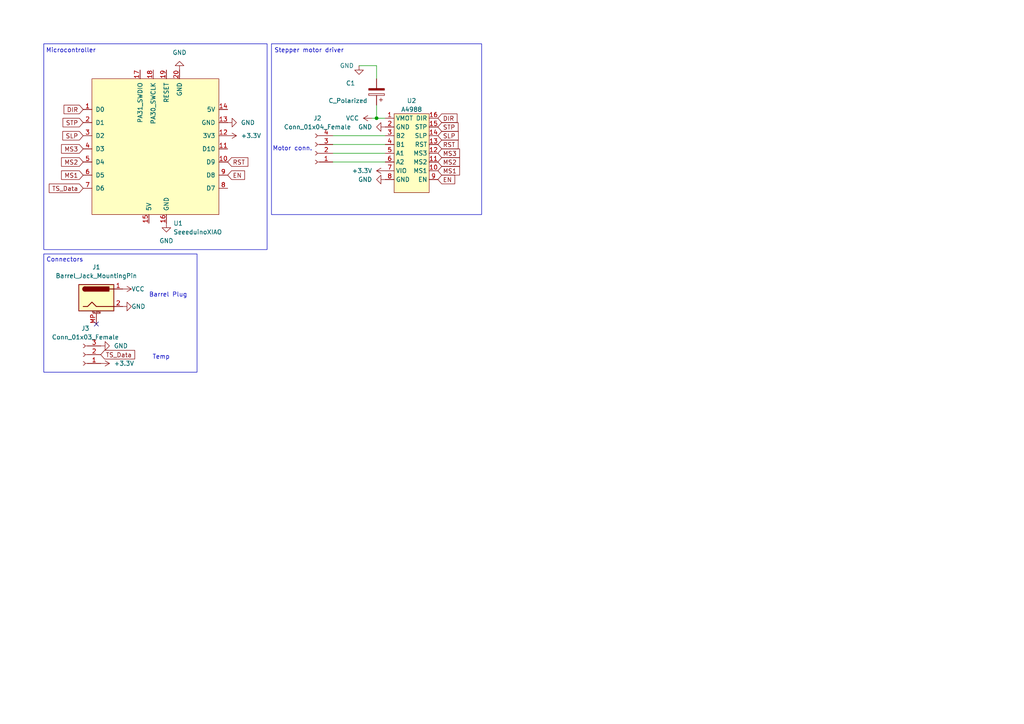
<source format=kicad_sch>
(kicad_sch
	(version 20231120)
	(generator "eeschema")
	(generator_version "8.0")
	(uuid "d76ab199-a09f-489e-8a1e-61345c706555")
	(paper "A4")
	(lib_symbols
		(symbol "Connector:Barrel_Jack_MountingPin"
			(pin_names hide)
			(exclude_from_sim no)
			(in_bom yes)
			(on_board yes)
			(property "Reference" "J"
				(at 0 5.334 0)
				(effects
					(font
						(size 1.27 1.27)
					)
				)
			)
			(property "Value" "Barrel_Jack_MountingPin"
				(at 1.27 -6.35 0)
				(effects
					(font
						(size 1.27 1.27)
					)
					(justify left)
				)
			)
			(property "Footprint" ""
				(at 1.27 -1.016 0)
				(effects
					(font
						(size 1.27 1.27)
					)
					(hide yes)
				)
			)
			(property "Datasheet" "~"
				(at 1.27 -1.016 0)
				(effects
					(font
						(size 1.27 1.27)
					)
					(hide yes)
				)
			)
			(property "Description" "DC Barrel Jack with a mounting pin"
				(at 0 0 0)
				(effects
					(font
						(size 1.27 1.27)
					)
					(hide yes)
				)
			)
			(property "ki_keywords" "DC power barrel jack connector"
				(at 0 0 0)
				(effects
					(font
						(size 1.27 1.27)
					)
					(hide yes)
				)
			)
			(property "ki_fp_filters" "BarrelJack*"
				(at 0 0 0)
				(effects
					(font
						(size 1.27 1.27)
					)
					(hide yes)
				)
			)
			(symbol "Barrel_Jack_MountingPin_0_1"
				(rectangle
					(start -5.08 3.81)
					(end 5.08 -3.81)
					(stroke
						(width 0.254)
						(type default)
					)
					(fill
						(type background)
					)
				)
				(arc
					(start -3.302 3.175)
					(mid -3.9343 2.54)
					(end -3.302 1.905)
					(stroke
						(width 0.254)
						(type default)
					)
					(fill
						(type none)
					)
				)
				(arc
					(start -3.302 3.175)
					(mid -3.9343 2.54)
					(end -3.302 1.905)
					(stroke
						(width 0.254)
						(type default)
					)
					(fill
						(type outline)
					)
				)
				(polyline
					(pts
						(xy 5.08 2.54) (xy 3.81 2.54)
					)
					(stroke
						(width 0.254)
						(type default)
					)
					(fill
						(type none)
					)
				)
				(polyline
					(pts
						(xy -3.81 -2.54) (xy -2.54 -2.54) (xy -1.27 -1.27) (xy 0 -2.54) (xy 2.54 -2.54) (xy 5.08 -2.54)
					)
					(stroke
						(width 0.254)
						(type default)
					)
					(fill
						(type none)
					)
				)
				(rectangle
					(start 3.683 3.175)
					(end -3.302 1.905)
					(stroke
						(width 0.254)
						(type default)
					)
					(fill
						(type outline)
					)
				)
			)
			(symbol "Barrel_Jack_MountingPin_1_1"
				(polyline
					(pts
						(xy -1.016 -4.572) (xy 1.016 -4.572)
					)
					(stroke
						(width 0.1524)
						(type default)
					)
					(fill
						(type none)
					)
				)
				(text "Mounting"
					(at 0 -4.191 0)
					(effects
						(font
							(size 0.381 0.381)
						)
					)
				)
				(pin passive line
					(at 7.62 2.54 180)
					(length 2.54)
					(name "~"
						(effects
							(font
								(size 1.27 1.27)
							)
						)
					)
					(number "1"
						(effects
							(font
								(size 1.27 1.27)
							)
						)
					)
				)
				(pin passive line
					(at 7.62 -2.54 180)
					(length 2.54)
					(name "~"
						(effects
							(font
								(size 1.27 1.27)
							)
						)
					)
					(number "2"
						(effects
							(font
								(size 1.27 1.27)
							)
						)
					)
				)
				(pin passive line
					(at 0 -7.62 90)
					(length 3.048)
					(name "MountPin"
						(effects
							(font
								(size 1.27 1.27)
							)
						)
					)
					(number "MP"
						(effects
							(font
								(size 1.27 1.27)
							)
						)
					)
				)
			)
		)
		(symbol "Connector:Conn_01x03_Female"
			(pin_names
				(offset 1.016) hide)
			(exclude_from_sim no)
			(in_bom yes)
			(on_board yes)
			(property "Reference" "J"
				(at 0 5.08 0)
				(effects
					(font
						(size 1.27 1.27)
					)
				)
			)
			(property "Value" "Conn_01x03_Female"
				(at 0 -5.08 0)
				(effects
					(font
						(size 1.27 1.27)
					)
				)
			)
			(property "Footprint" ""
				(at 0 0 0)
				(effects
					(font
						(size 1.27 1.27)
					)
					(hide yes)
				)
			)
			(property "Datasheet" "~"
				(at 0 0 0)
				(effects
					(font
						(size 1.27 1.27)
					)
					(hide yes)
				)
			)
			(property "Description" "Generic connector, single row, 01x03, script generated (kicad-library-utils/schlib/autogen/connector/)"
				(at 0 0 0)
				(effects
					(font
						(size 1.27 1.27)
					)
					(hide yes)
				)
			)
			(property "ki_keywords" "connector"
				(at 0 0 0)
				(effects
					(font
						(size 1.27 1.27)
					)
					(hide yes)
				)
			)
			(property "ki_fp_filters" "Connector*:*_1x??_*"
				(at 0 0 0)
				(effects
					(font
						(size 1.27 1.27)
					)
					(hide yes)
				)
			)
			(symbol "Conn_01x03_Female_1_1"
				(arc
					(start 0 -2.032)
					(mid -0.5058 -2.54)
					(end 0 -3.048)
					(stroke
						(width 0.1524)
						(type default)
					)
					(fill
						(type none)
					)
				)
				(polyline
					(pts
						(xy -1.27 -2.54) (xy -0.508 -2.54)
					)
					(stroke
						(width 0.1524)
						(type default)
					)
					(fill
						(type none)
					)
				)
				(polyline
					(pts
						(xy -1.27 0) (xy -0.508 0)
					)
					(stroke
						(width 0.1524)
						(type default)
					)
					(fill
						(type none)
					)
				)
				(polyline
					(pts
						(xy -1.27 2.54) (xy -0.508 2.54)
					)
					(stroke
						(width 0.1524)
						(type default)
					)
					(fill
						(type none)
					)
				)
				(arc
					(start 0 0.508)
					(mid -0.5058 0)
					(end 0 -0.508)
					(stroke
						(width 0.1524)
						(type default)
					)
					(fill
						(type none)
					)
				)
				(arc
					(start 0 3.048)
					(mid -0.5058 2.54)
					(end 0 2.032)
					(stroke
						(width 0.1524)
						(type default)
					)
					(fill
						(type none)
					)
				)
				(pin passive line
					(at -5.08 2.54 0)
					(length 3.81)
					(name "Pin_1"
						(effects
							(font
								(size 1.27 1.27)
							)
						)
					)
					(number "1"
						(effects
							(font
								(size 1.27 1.27)
							)
						)
					)
				)
				(pin passive line
					(at -5.08 0 0)
					(length 3.81)
					(name "Pin_2"
						(effects
							(font
								(size 1.27 1.27)
							)
						)
					)
					(number "2"
						(effects
							(font
								(size 1.27 1.27)
							)
						)
					)
				)
				(pin passive line
					(at -5.08 -2.54 0)
					(length 3.81)
					(name "Pin_3"
						(effects
							(font
								(size 1.27 1.27)
							)
						)
					)
					(number "3"
						(effects
							(font
								(size 1.27 1.27)
							)
						)
					)
				)
			)
		)
		(symbol "Connector:Conn_01x04_Female"
			(pin_names
				(offset 1.016) hide)
			(exclude_from_sim no)
			(in_bom yes)
			(on_board yes)
			(property "Reference" "J"
				(at 0 5.08 0)
				(effects
					(font
						(size 1.27 1.27)
					)
				)
			)
			(property "Value" "Conn_01x04_Female"
				(at 0 -7.62 0)
				(effects
					(font
						(size 1.27 1.27)
					)
				)
			)
			(property "Footprint" ""
				(at 0 0 0)
				(effects
					(font
						(size 1.27 1.27)
					)
					(hide yes)
				)
			)
			(property "Datasheet" "~"
				(at 0 0 0)
				(effects
					(font
						(size 1.27 1.27)
					)
					(hide yes)
				)
			)
			(property "Description" "Generic connector, single row, 01x04, script generated (kicad-library-utils/schlib/autogen/connector/)"
				(at 0 0 0)
				(effects
					(font
						(size 1.27 1.27)
					)
					(hide yes)
				)
			)
			(property "ki_keywords" "connector"
				(at 0 0 0)
				(effects
					(font
						(size 1.27 1.27)
					)
					(hide yes)
				)
			)
			(property "ki_fp_filters" "Connector*:*_1x??_*"
				(at 0 0 0)
				(effects
					(font
						(size 1.27 1.27)
					)
					(hide yes)
				)
			)
			(symbol "Conn_01x04_Female_1_1"
				(arc
					(start 0 -4.572)
					(mid -0.5058 -5.08)
					(end 0 -5.588)
					(stroke
						(width 0.1524)
						(type default)
					)
					(fill
						(type none)
					)
				)
				(arc
					(start 0 -2.032)
					(mid -0.5058 -2.54)
					(end 0 -3.048)
					(stroke
						(width 0.1524)
						(type default)
					)
					(fill
						(type none)
					)
				)
				(polyline
					(pts
						(xy -1.27 -5.08) (xy -0.508 -5.08)
					)
					(stroke
						(width 0.1524)
						(type default)
					)
					(fill
						(type none)
					)
				)
				(polyline
					(pts
						(xy -1.27 -2.54) (xy -0.508 -2.54)
					)
					(stroke
						(width 0.1524)
						(type default)
					)
					(fill
						(type none)
					)
				)
				(polyline
					(pts
						(xy -1.27 0) (xy -0.508 0)
					)
					(stroke
						(width 0.1524)
						(type default)
					)
					(fill
						(type none)
					)
				)
				(polyline
					(pts
						(xy -1.27 2.54) (xy -0.508 2.54)
					)
					(stroke
						(width 0.1524)
						(type default)
					)
					(fill
						(type none)
					)
				)
				(arc
					(start 0 0.508)
					(mid -0.5058 0)
					(end 0 -0.508)
					(stroke
						(width 0.1524)
						(type default)
					)
					(fill
						(type none)
					)
				)
				(arc
					(start 0 3.048)
					(mid -0.5058 2.54)
					(end 0 2.032)
					(stroke
						(width 0.1524)
						(type default)
					)
					(fill
						(type none)
					)
				)
				(pin passive line
					(at -5.08 2.54 0)
					(length 3.81)
					(name "Pin_1"
						(effects
							(font
								(size 1.27 1.27)
							)
						)
					)
					(number "1"
						(effects
							(font
								(size 1.27 1.27)
							)
						)
					)
				)
				(pin passive line
					(at -5.08 0 0)
					(length 3.81)
					(name "Pin_2"
						(effects
							(font
								(size 1.27 1.27)
							)
						)
					)
					(number "2"
						(effects
							(font
								(size 1.27 1.27)
							)
						)
					)
				)
				(pin passive line
					(at -5.08 -2.54 0)
					(length 3.81)
					(name "Pin_3"
						(effects
							(font
								(size 1.27 1.27)
							)
						)
					)
					(number "3"
						(effects
							(font
								(size 1.27 1.27)
							)
						)
					)
				)
				(pin passive line
					(at -5.08 -5.08 0)
					(length 3.81)
					(name "Pin_4"
						(effects
							(font
								(size 1.27 1.27)
							)
						)
					)
					(number "4"
						(effects
							(font
								(size 1.27 1.27)
							)
						)
					)
				)
			)
		)
		(symbol "Device:C_Polarized"
			(pin_numbers hide)
			(pin_names
				(offset 0.254)
			)
			(exclude_from_sim no)
			(in_bom yes)
			(on_board yes)
			(property "Reference" "C"
				(at 0.635 2.54 0)
				(effects
					(font
						(size 1.27 1.27)
					)
					(justify left)
				)
			)
			(property "Value" "C_Polarized"
				(at 0.635 -2.54 0)
				(effects
					(font
						(size 1.27 1.27)
					)
					(justify left)
				)
			)
			(property "Footprint" ""
				(at 0.9652 -3.81 0)
				(effects
					(font
						(size 1.27 1.27)
					)
					(hide yes)
				)
			)
			(property "Datasheet" "~"
				(at 0 0 0)
				(effects
					(font
						(size 1.27 1.27)
					)
					(hide yes)
				)
			)
			(property "Description" "Polarized capacitor"
				(at 0 0 0)
				(effects
					(font
						(size 1.27 1.27)
					)
					(hide yes)
				)
			)
			(property "ki_keywords" "cap capacitor"
				(at 0 0 0)
				(effects
					(font
						(size 1.27 1.27)
					)
					(hide yes)
				)
			)
			(property "ki_fp_filters" "CP_*"
				(at 0 0 0)
				(effects
					(font
						(size 1.27 1.27)
					)
					(hide yes)
				)
			)
			(symbol "C_Polarized_0_1"
				(rectangle
					(start -2.286 0.508)
					(end 2.286 1.016)
					(stroke
						(width 0)
						(type default)
					)
					(fill
						(type none)
					)
				)
				(polyline
					(pts
						(xy -1.778 2.286) (xy -0.762 2.286)
					)
					(stroke
						(width 0)
						(type default)
					)
					(fill
						(type none)
					)
				)
				(polyline
					(pts
						(xy -1.27 2.794) (xy -1.27 1.778)
					)
					(stroke
						(width 0)
						(type default)
					)
					(fill
						(type none)
					)
				)
				(rectangle
					(start 2.286 -0.508)
					(end -2.286 -1.016)
					(stroke
						(width 0)
						(type default)
					)
					(fill
						(type outline)
					)
				)
			)
			(symbol "C_Polarized_1_1"
				(pin passive line
					(at 0 3.81 270)
					(length 2.794)
					(name "~"
						(effects
							(font
								(size 1.27 1.27)
							)
						)
					)
					(number "1"
						(effects
							(font
								(size 1.27 1.27)
							)
						)
					)
				)
				(pin passive line
					(at 0 -3.81 90)
					(length 2.794)
					(name "~"
						(effects
							(font
								(size 1.27 1.27)
							)
						)
					)
					(number "2"
						(effects
							(font
								(size 1.27 1.27)
							)
						)
					)
				)
			)
		)
		(symbol "Seeeduino XIAO:SeeeduinoXIAO"
			(pin_names
				(offset 1.016)
			)
			(exclude_from_sim no)
			(in_bom yes)
			(on_board yes)
			(property "Reference" "U"
				(at -19.05 22.86 0)
				(effects
					(font
						(size 1.27 1.27)
					)
				)
			)
			(property "Value" "SeeeduinoXIAO"
				(at -12.7 21.59 0)
				(effects
					(font
						(size 1.27 1.27)
					)
				)
			)
			(property "Footprint" "Seeed studio:Seeeduino XIAO-MOUDLE14P-2.54-21X17.8MM"
				(at 0 30.48 0)
				(effects
					(font
						(size 1.27 1.27)
					)
					(hide yes)
				)
			)
			(property "Datasheet" ""
				(at -8.89 5.08 0)
				(effects
					(font
						(size 1.27 1.27)
					)
					(hide yes)
				)
			)
			(property "Description" ""
				(at 0 0 0)
				(effects
					(font
						(size 1.27 1.27)
					)
					(hide yes)
				)
			)
			(symbol "SeeeduinoXIAO_0_1"
				(rectangle
					(start -19.05 20.32)
					(end 17.78 -19.05)
					(stroke
						(width 0)
						(type default)
					)
					(fill
						(type background)
					)
				)
			)
			(symbol "SeeeduinoXIAO_1_1"
				(pin unspecified line
					(at -21.59 11.43 0)
					(length 2.54)
					(name "D0"
						(effects
							(font
								(size 1.27 1.27)
							)
						)
					)
					(number "1"
						(effects
							(font
								(size 1.27 1.27)
							)
						)
					)
				)
				(pin unspecified line
					(at 20.32 -3.81 180)
					(length 2.54)
					(name "D9"
						(effects
							(font
								(size 1.27 1.27)
							)
						)
					)
					(number "10"
						(effects
							(font
								(size 1.27 1.27)
							)
						)
					)
				)
				(pin unspecified line
					(at 20.32 0 180)
					(length 2.54)
					(name "D10"
						(effects
							(font
								(size 1.27 1.27)
							)
						)
					)
					(number "11"
						(effects
							(font
								(size 1.27 1.27)
							)
						)
					)
				)
				(pin unspecified line
					(at 20.32 3.81 180)
					(length 2.54)
					(name "3V3"
						(effects
							(font
								(size 1.27 1.27)
							)
						)
					)
					(number "12"
						(effects
							(font
								(size 1.27 1.27)
							)
						)
					)
				)
				(pin unspecified line
					(at 20.32 7.62 180)
					(length 2.54)
					(name "GND"
						(effects
							(font
								(size 1.27 1.27)
							)
						)
					)
					(number "13"
						(effects
							(font
								(size 1.27 1.27)
							)
						)
					)
				)
				(pin unspecified line
					(at 20.32 11.43 180)
					(length 2.54)
					(name "5V"
						(effects
							(font
								(size 1.27 1.27)
							)
						)
					)
					(number "14"
						(effects
							(font
								(size 1.27 1.27)
							)
						)
					)
				)
				(pin input line
					(at -2.54 -21.59 90)
					(length 2.54)
					(name "5V"
						(effects
							(font
								(size 1.27 1.27)
							)
						)
					)
					(number "15"
						(effects
							(font
								(size 1.27 1.27)
							)
						)
					)
				)
				(pin input line
					(at 2.54 -21.59 90)
					(length 2.54)
					(name "GND"
						(effects
							(font
								(size 1.27 1.27)
							)
						)
					)
					(number "16"
						(effects
							(font
								(size 1.27 1.27)
							)
						)
					)
				)
				(pin input line
					(at -5.08 22.86 270)
					(length 2.54)
					(name "PA31_SWDIO"
						(effects
							(font
								(size 1.27 1.27)
							)
						)
					)
					(number "17"
						(effects
							(font
								(size 1.27 1.27)
							)
						)
					)
				)
				(pin input line
					(at -1.27 22.86 270)
					(length 2.54)
					(name "PA30_SWCLK"
						(effects
							(font
								(size 1.27 1.27)
							)
						)
					)
					(number "18"
						(effects
							(font
								(size 1.27 1.27)
							)
						)
					)
				)
				(pin input line
					(at 2.54 22.86 270)
					(length 2.54)
					(name "RESET"
						(effects
							(font
								(size 1.27 1.27)
							)
						)
					)
					(number "19"
						(effects
							(font
								(size 1.27 1.27)
							)
						)
					)
				)
				(pin unspecified line
					(at -21.59 7.62 0)
					(length 2.54)
					(name "D1"
						(effects
							(font
								(size 1.27 1.27)
							)
						)
					)
					(number "2"
						(effects
							(font
								(size 1.27 1.27)
							)
						)
					)
				)
				(pin input line
					(at 6.35 22.86 270)
					(length 2.54)
					(name "GND"
						(effects
							(font
								(size 1.27 1.27)
							)
						)
					)
					(number "20"
						(effects
							(font
								(size 1.27 1.27)
							)
						)
					)
				)
				(pin unspecified line
					(at -21.59 3.81 0)
					(length 2.54)
					(name "D2"
						(effects
							(font
								(size 1.27 1.27)
							)
						)
					)
					(number "3"
						(effects
							(font
								(size 1.27 1.27)
							)
						)
					)
				)
				(pin unspecified line
					(at -21.59 0 0)
					(length 2.54)
					(name "D3"
						(effects
							(font
								(size 1.27 1.27)
							)
						)
					)
					(number "4"
						(effects
							(font
								(size 1.27 1.27)
							)
						)
					)
				)
				(pin unspecified line
					(at -21.59 -3.81 0)
					(length 2.54)
					(name "D4"
						(effects
							(font
								(size 1.27 1.27)
							)
						)
					)
					(number "5"
						(effects
							(font
								(size 1.27 1.27)
							)
						)
					)
				)
				(pin unspecified line
					(at -21.59 -7.62 0)
					(length 2.54)
					(name "D5"
						(effects
							(font
								(size 1.27 1.27)
							)
						)
					)
					(number "6"
						(effects
							(font
								(size 1.27 1.27)
							)
						)
					)
				)
				(pin unspecified line
					(at -21.59 -11.43 0)
					(length 2.54)
					(name "D6"
						(effects
							(font
								(size 1.27 1.27)
							)
						)
					)
					(number "7"
						(effects
							(font
								(size 1.27 1.27)
							)
						)
					)
				)
				(pin unspecified line
					(at 20.32 -11.43 180)
					(length 2.54)
					(name "D7"
						(effects
							(font
								(size 1.27 1.27)
							)
						)
					)
					(number "8"
						(effects
							(font
								(size 1.27 1.27)
							)
						)
					)
				)
				(pin unspecified line
					(at 20.32 -7.62 180)
					(length 2.54)
					(name "D8"
						(effects
							(font
								(size 1.27 1.27)
							)
						)
					)
					(number "9"
						(effects
							(font
								(size 1.27 1.27)
							)
						)
					)
				)
			)
		)
		(symbol "Stepper_Motor_Drivers:A4988"
			(exclude_from_sim no)
			(in_bom yes)
			(on_board yes)
			(property "Reference" "U"
				(at 0 0 0)
				(effects
					(font
						(size 1.27 1.27)
					)
				)
			)
			(property "Value" "A4988"
				(at 0 2.54 0)
				(effects
					(font
						(size 1.27 1.27)
					)
				)
			)
			(property "Footprint" "StepperMotorDrivers:A4988"
				(at 1.27 5.08 0)
				(effects
					(font
						(size 1.27 1.27)
					)
					(hide yes)
				)
			)
			(property "Datasheet" ""
				(at 1.27 -1.27 0)
				(effects
					(font
						(size 1.27 1.27)
					)
					(hide yes)
				)
			)
			(property "Description" ""
				(at 0 0 0)
				(effects
					(font
						(size 1.27 1.27)
					)
					(hide yes)
				)
			)
			(symbol "A4988_0_1"
				(rectangle
					(start -5.08 -1.27)
					(end 5.08 -24.13)
					(stroke
						(width 0)
						(type default)
					)
					(fill
						(type background)
					)
				)
			)
			(symbol "A4988_1_1"
				(pin input line
					(at -7.62 -2.54 0)
					(length 2.54)
					(name "VMOT"
						(effects
							(font
								(size 1.27 1.27)
							)
						)
					)
					(number "1"
						(effects
							(font
								(size 1.27 1.27)
							)
						)
					)
				)
				(pin input line
					(at 7.62 -17.78 180)
					(length 2.54)
					(name "MS1"
						(effects
							(font
								(size 1.27 1.27)
							)
						)
					)
					(number "10"
						(effects
							(font
								(size 1.27 1.27)
							)
						)
					)
				)
				(pin input line
					(at 7.62 -15.24 180)
					(length 2.54)
					(name "MS2"
						(effects
							(font
								(size 1.27 1.27)
							)
						)
					)
					(number "11"
						(effects
							(font
								(size 1.27 1.27)
							)
						)
					)
				)
				(pin input line
					(at 7.62 -12.7 180)
					(length 2.54)
					(name "MS3"
						(effects
							(font
								(size 1.27 1.27)
							)
						)
					)
					(number "12"
						(effects
							(font
								(size 1.27 1.27)
							)
						)
					)
				)
				(pin input line
					(at 7.62 -10.16 180)
					(length 2.54)
					(name "RST"
						(effects
							(font
								(size 1.27 1.27)
							)
						)
					)
					(number "13"
						(effects
							(font
								(size 1.27 1.27)
							)
						)
					)
				)
				(pin input line
					(at 7.62 -7.62 180)
					(length 2.54)
					(name "SLP"
						(effects
							(font
								(size 1.27 1.27)
							)
						)
					)
					(number "14"
						(effects
							(font
								(size 1.27 1.27)
							)
						)
					)
				)
				(pin input line
					(at 7.62 -5.08 180)
					(length 2.54)
					(name "STP"
						(effects
							(font
								(size 1.27 1.27)
							)
						)
					)
					(number "15"
						(effects
							(font
								(size 1.27 1.27)
							)
						)
					)
				)
				(pin input line
					(at 7.62 -2.54 180)
					(length 2.54)
					(name "DIR"
						(effects
							(font
								(size 1.27 1.27)
							)
						)
					)
					(number "16"
						(effects
							(font
								(size 1.27 1.27)
							)
						)
					)
				)
				(pin input line
					(at -7.62 -5.08 0)
					(length 2.54)
					(name "GND"
						(effects
							(font
								(size 1.27 1.27)
							)
						)
					)
					(number "2"
						(effects
							(font
								(size 1.27 1.27)
							)
						)
					)
				)
				(pin input line
					(at -7.62 -7.62 0)
					(length 2.54)
					(name "B2"
						(effects
							(font
								(size 1.27 1.27)
							)
						)
					)
					(number "3"
						(effects
							(font
								(size 1.27 1.27)
							)
						)
					)
				)
				(pin input line
					(at -7.62 -10.16 0)
					(length 2.54)
					(name "B1"
						(effects
							(font
								(size 1.27 1.27)
							)
						)
					)
					(number "4"
						(effects
							(font
								(size 1.27 1.27)
							)
						)
					)
				)
				(pin input line
					(at -7.62 -12.7 0)
					(length 2.54)
					(name "A1"
						(effects
							(font
								(size 1.27 1.27)
							)
						)
					)
					(number "5"
						(effects
							(font
								(size 1.27 1.27)
							)
						)
					)
				)
				(pin input line
					(at -7.62 -15.24 0)
					(length 2.54)
					(name "A2"
						(effects
							(font
								(size 1.27 1.27)
							)
						)
					)
					(number "6"
						(effects
							(font
								(size 1.27 1.27)
							)
						)
					)
				)
				(pin input line
					(at -7.62 -17.78 0)
					(length 2.54)
					(name "VIO"
						(effects
							(font
								(size 1.27 1.27)
							)
						)
					)
					(number "7"
						(effects
							(font
								(size 1.27 1.27)
							)
						)
					)
				)
				(pin input line
					(at -7.62 -20.32 0)
					(length 2.54)
					(name "GND"
						(effects
							(font
								(size 1.27 1.27)
							)
						)
					)
					(number "8"
						(effects
							(font
								(size 1.27 1.27)
							)
						)
					)
				)
				(pin input line
					(at 7.62 -20.32 180)
					(length 2.54)
					(name "EN"
						(effects
							(font
								(size 1.27 1.27)
							)
						)
					)
					(number "9"
						(effects
							(font
								(size 1.27 1.27)
							)
						)
					)
				)
			)
		)
		(symbol "power:+3.3V"
			(power)
			(pin_names
				(offset 0)
			)
			(exclude_from_sim no)
			(in_bom yes)
			(on_board yes)
			(property "Reference" "#PWR"
				(at 0 -3.81 0)
				(effects
					(font
						(size 1.27 1.27)
					)
					(hide yes)
				)
			)
			(property "Value" "+3.3V"
				(at 0 3.556 0)
				(effects
					(font
						(size 1.27 1.27)
					)
				)
			)
			(property "Footprint" ""
				(at 0 0 0)
				(effects
					(font
						(size 1.27 1.27)
					)
					(hide yes)
				)
			)
			(property "Datasheet" ""
				(at 0 0 0)
				(effects
					(font
						(size 1.27 1.27)
					)
					(hide yes)
				)
			)
			(property "Description" "Power symbol creates a global label with name \"+3.3V\""
				(at 0 0 0)
				(effects
					(font
						(size 1.27 1.27)
					)
					(hide yes)
				)
			)
			(property "ki_keywords" "power-flag"
				(at 0 0 0)
				(effects
					(font
						(size 1.27 1.27)
					)
					(hide yes)
				)
			)
			(symbol "+3.3V_0_1"
				(polyline
					(pts
						(xy -0.762 1.27) (xy 0 2.54)
					)
					(stroke
						(width 0)
						(type default)
					)
					(fill
						(type none)
					)
				)
				(polyline
					(pts
						(xy 0 0) (xy 0 2.54)
					)
					(stroke
						(width 0)
						(type default)
					)
					(fill
						(type none)
					)
				)
				(polyline
					(pts
						(xy 0 2.54) (xy 0.762 1.27)
					)
					(stroke
						(width 0)
						(type default)
					)
					(fill
						(type none)
					)
				)
			)
			(symbol "+3.3V_1_1"
				(pin power_in line
					(at 0 0 90)
					(length 0) hide
					(name "+3.3V"
						(effects
							(font
								(size 1.27 1.27)
							)
						)
					)
					(number "1"
						(effects
							(font
								(size 1.27 1.27)
							)
						)
					)
				)
			)
		)
		(symbol "power:GND"
			(power)
			(pin_names
				(offset 0)
			)
			(exclude_from_sim no)
			(in_bom yes)
			(on_board yes)
			(property "Reference" "#PWR"
				(at 0 -6.35 0)
				(effects
					(font
						(size 1.27 1.27)
					)
					(hide yes)
				)
			)
			(property "Value" "GND"
				(at 0 -3.81 0)
				(effects
					(font
						(size 1.27 1.27)
					)
				)
			)
			(property "Footprint" ""
				(at 0 0 0)
				(effects
					(font
						(size 1.27 1.27)
					)
					(hide yes)
				)
			)
			(property "Datasheet" ""
				(at 0 0 0)
				(effects
					(font
						(size 1.27 1.27)
					)
					(hide yes)
				)
			)
			(property "Description" "Power symbol creates a global label with name \"GND\" , ground"
				(at 0 0 0)
				(effects
					(font
						(size 1.27 1.27)
					)
					(hide yes)
				)
			)
			(property "ki_keywords" "power-flag"
				(at 0 0 0)
				(effects
					(font
						(size 1.27 1.27)
					)
					(hide yes)
				)
			)
			(symbol "GND_0_1"
				(polyline
					(pts
						(xy 0 0) (xy 0 -1.27) (xy 1.27 -1.27) (xy 0 -2.54) (xy -1.27 -1.27) (xy 0 -1.27)
					)
					(stroke
						(width 0)
						(type default)
					)
					(fill
						(type none)
					)
				)
			)
			(symbol "GND_1_1"
				(pin power_in line
					(at 0 0 270)
					(length 0) hide
					(name "GND"
						(effects
							(font
								(size 1.27 1.27)
							)
						)
					)
					(number "1"
						(effects
							(font
								(size 1.27 1.27)
							)
						)
					)
				)
			)
		)
		(symbol "power:VCC"
			(power)
			(pin_names
				(offset 0)
			)
			(exclude_from_sim no)
			(in_bom yes)
			(on_board yes)
			(property "Reference" "#PWR"
				(at 0 -3.81 0)
				(effects
					(font
						(size 1.27 1.27)
					)
					(hide yes)
				)
			)
			(property "Value" "VCC"
				(at 0 3.81 0)
				(effects
					(font
						(size 1.27 1.27)
					)
				)
			)
			(property "Footprint" ""
				(at 0 0 0)
				(effects
					(font
						(size 1.27 1.27)
					)
					(hide yes)
				)
			)
			(property "Datasheet" ""
				(at 0 0 0)
				(effects
					(font
						(size 1.27 1.27)
					)
					(hide yes)
				)
			)
			(property "Description" "Power symbol creates a global label with name \"VCC\""
				(at 0 0 0)
				(effects
					(font
						(size 1.27 1.27)
					)
					(hide yes)
				)
			)
			(property "ki_keywords" "power-flag"
				(at 0 0 0)
				(effects
					(font
						(size 1.27 1.27)
					)
					(hide yes)
				)
			)
			(symbol "VCC_0_1"
				(polyline
					(pts
						(xy -0.762 1.27) (xy 0 2.54)
					)
					(stroke
						(width 0)
						(type default)
					)
					(fill
						(type none)
					)
				)
				(polyline
					(pts
						(xy 0 0) (xy 0 2.54)
					)
					(stroke
						(width 0)
						(type default)
					)
					(fill
						(type none)
					)
				)
				(polyline
					(pts
						(xy 0 2.54) (xy 0.762 1.27)
					)
					(stroke
						(width 0)
						(type default)
					)
					(fill
						(type none)
					)
				)
			)
			(symbol "VCC_1_1"
				(pin power_in line
					(at 0 0 90)
					(length 0) hide
					(name "VCC"
						(effects
							(font
								(size 1.27 1.27)
							)
						)
					)
					(number "1"
						(effects
							(font
								(size 1.27 1.27)
							)
						)
					)
				)
			)
		)
	)
	(junction
		(at 109.22 34.29)
		(diameter 0)
		(color 0 0 0 0)
		(uuid "31c9553e-29e2-48b5-86a4-02f39f93e19a")
	)
	(no_connect
		(at 27.94 93.98)
		(uuid "a1573fc2-703c-4a82-9205-f1f324464ae9")
	)
	(wire
		(pts
			(xy 109.22 30.48) (xy 109.22 34.29)
		)
		(stroke
			(width 0)
			(type default)
		)
		(uuid "0aa13a68-0d55-4ec3-8843-0b528635119d")
	)
	(wire
		(pts
			(xy 96.52 41.91) (xy 111.76 41.91)
		)
		(stroke
			(width 0)
			(type default)
		)
		(uuid "20050174-55b4-450f-b8f7-25fcac38cafb")
	)
	(wire
		(pts
			(xy 107.95 34.29) (xy 109.22 34.29)
		)
		(stroke
			(width 0)
			(type default)
		)
		(uuid "30ffa9e5-2182-4287-8a2c-ab35976c50c3")
	)
	(wire
		(pts
			(xy 104.14 19.05) (xy 109.22 19.05)
		)
		(stroke
			(width 0)
			(type default)
		)
		(uuid "5f5f3fe7-20fe-47ec-9367-da5ac8b43602")
	)
	(wire
		(pts
			(xy 109.22 34.29) (xy 111.76 34.29)
		)
		(stroke
			(width 0)
			(type default)
		)
		(uuid "95c79f92-54f0-4f1f-b4fe-7357b426c3c2")
	)
	(wire
		(pts
			(xy 109.22 19.05) (xy 109.22 22.86)
		)
		(stroke
			(width 0)
			(type default)
		)
		(uuid "b77779e9-8145-4189-b805-f83442ad556e")
	)
	(wire
		(pts
			(xy 96.52 39.37) (xy 111.76 39.37)
		)
		(stroke
			(width 0)
			(type default)
		)
		(uuid "bdc7968b-29fa-4f7f-b1d0-0b5df0d21c5e")
	)
	(wire
		(pts
			(xy 96.52 46.99) (xy 111.76 46.99)
		)
		(stroke
			(width 0)
			(type default)
		)
		(uuid "c7c1aeca-2abc-42ec-a7bf-91966641b64a")
	)
	(wire
		(pts
			(xy 96.52 44.45) (xy 111.76 44.45)
		)
		(stroke
			(width 0)
			(type default)
		)
		(uuid "f2505122-f91f-460d-a8e6-1ba71269c1cd")
	)
	(rectangle
		(start 78.74 12.7)
		(end 139.7 62.23)
		(stroke
			(width 0)
			(type default)
		)
		(fill
			(type none)
		)
		(uuid 4aead583-eab8-4ea4-97c9-a6945b7e0519)
	)
	(rectangle
		(start 12.7 73.66)
		(end 57.15 107.95)
		(stroke
			(width 0)
			(type default)
		)
		(fill
			(type none)
		)
		(uuid 7e433f00-e887-4938-a75f-420aabfeed5c)
	)
	(rectangle
		(start 12.7 12.7)
		(end 77.47 72.39)
		(stroke
			(width 0)
			(type default)
		)
		(fill
			(type none)
		)
		(uuid a1206b68-3f62-4f17-9db5-ccece4c67710)
	)
	(text "Connectors"
		(exclude_from_sim no)
		(at 18.796 75.438 0)
		(effects
			(font
				(size 1.27 1.27)
			)
		)
		(uuid "1396eb01-7eb5-43da-81f4-5df6febf1297")
	)
	(text "Temp"
		(exclude_from_sim no)
		(at 46.736 103.632 0)
		(effects
			(font
				(size 1.27 1.27)
			)
		)
		(uuid "3b1a8b7a-f675-4171-9c39-c44d7148db6c")
	)
	(text "Motor conn."
		(exclude_from_sim no)
		(at 84.836 43.18 0)
		(effects
			(font
				(size 1.27 1.27)
			)
		)
		(uuid "5384f92d-a800-4b11-b1bd-b994e4c69ccf")
	)
	(text "Barrel Plug"
		(exclude_from_sim no)
		(at 48.768 85.598 0)
		(effects
			(font
				(size 1.27 1.27)
			)
		)
		(uuid "c60e1b56-32d2-4338-ba22-4698cd22f7f6")
	)
	(text "Microcontroller"
		(exclude_from_sim no)
		(at 20.574 14.732 0)
		(effects
			(font
				(size 1.27 1.27)
			)
		)
		(uuid "d0ea713d-6cad-4b89-9f5f-dc1c1f92bcb0")
	)
	(text "Stepper motor driver"
		(exclude_from_sim no)
		(at 89.662 14.732 0)
		(effects
			(font
				(size 1.27 1.27)
			)
		)
		(uuid "dce7dad3-871a-457b-a6ac-ad917c82a702")
	)
	(global_label "RST"
		(shape input)
		(at 127 41.91 0)
		(fields_autoplaced yes)
		(effects
			(font
				(size 1.27 1.27)
			)
			(justify left)
		)
		(uuid "13a2a93c-673b-4a4e-88c5-55cc80307ffa")
		(property "Intersheetrefs" "${INTERSHEET_REFS}"
			(at 132.8602 41.8306 0)
			(effects
				(font
					(size 1.27 1.27)
				)
				(justify left)
				(hide yes)
			)
		)
	)
	(global_label "STP"
		(shape input)
		(at 24.13 35.56 180)
		(fields_autoplaced yes)
		(effects
			(font
				(size 1.27 1.27)
			)
			(justify right)
		)
		(uuid "142feca1-d287-427b-bf16-68599e8fb1eb")
		(property "Intersheetrefs" "${INTERSHEET_REFS}"
			(at 18.2698 35.4806 0)
			(effects
				(font
					(size 1.27 1.27)
				)
				(justify right)
				(hide yes)
			)
		)
	)
	(global_label "MS2"
		(shape input)
		(at 127 46.99 0)
		(fields_autoplaced yes)
		(effects
			(font
				(size 1.27 1.27)
			)
			(justify left)
		)
		(uuid "1ad30908-36d5-4e54-85b4-bef9914e5ae1")
		(property "Intersheetrefs" "${INTERSHEET_REFS}"
			(at 133.2836 46.9106 0)
			(effects
				(font
					(size 1.27 1.27)
				)
				(justify left)
				(hide yes)
			)
		)
	)
	(global_label "SLP"
		(shape input)
		(at 127 39.37 0)
		(fields_autoplaced yes)
		(effects
			(font
				(size 1.27 1.27)
			)
			(justify left)
		)
		(uuid "42ba1711-da39-40ff-b104-77cd0c094a3c")
		(property "Intersheetrefs" "${INTERSHEET_REFS}"
			(at 132.9207 39.2906 0)
			(effects
				(font
					(size 1.27 1.27)
				)
				(justify left)
				(hide yes)
			)
		)
	)
	(global_label "EN"
		(shape input)
		(at 127 52.07 0)
		(fields_autoplaced yes)
		(effects
			(font
				(size 1.27 1.27)
			)
			(justify left)
		)
		(uuid "474c03e3-322b-49ad-88cd-4cf83dd0ba31")
		(property "Intersheetrefs" "${INTERSHEET_REFS}"
			(at 131.8926 51.9906 0)
			(effects
				(font
					(size 1.27 1.27)
				)
				(justify left)
				(hide yes)
			)
		)
	)
	(global_label "MS2"
		(shape input)
		(at 24.13 46.99 180)
		(fields_autoplaced yes)
		(effects
			(font
				(size 1.27 1.27)
			)
			(justify right)
		)
		(uuid "4bc237f3-7a8f-4647-a8c2-9479060926e9")
		(property "Intersheetrefs" "${INTERSHEET_REFS}"
			(at 17.8464 46.9106 0)
			(effects
				(font
					(size 1.27 1.27)
				)
				(justify right)
				(hide yes)
			)
		)
	)
	(global_label "DIR"
		(shape input)
		(at 24.13 31.75 180)
		(fields_autoplaced yes)
		(effects
			(font
				(size 1.27 1.27)
			)
			(justify right)
		)
		(uuid "564b8e5f-21e0-4047-826e-cd11fc40d34d")
		(property "Intersheetrefs" "${INTERSHEET_REFS}"
			(at 18.5721 31.6706 0)
			(effects
				(font
					(size 1.27 1.27)
				)
				(justify right)
				(hide yes)
			)
		)
	)
	(global_label "MS3"
		(shape input)
		(at 127 44.45 0)
		(fields_autoplaced yes)
		(effects
			(font
				(size 1.27 1.27)
			)
			(justify left)
		)
		(uuid "5dc791a7-7fe2-497d-b542-f25cfdd5bbd2")
		(property "Intersheetrefs" "${INTERSHEET_REFS}"
			(at 133.2836 44.3706 0)
			(effects
				(font
					(size 1.27 1.27)
				)
				(justify left)
				(hide yes)
			)
		)
	)
	(global_label "STP"
		(shape input)
		(at 127 36.83 0)
		(fields_autoplaced yes)
		(effects
			(font
				(size 1.27 1.27)
			)
			(justify left)
		)
		(uuid "643afa25-19ea-45b3-90b1-84a5bb0ee6b7")
		(property "Intersheetrefs" "${INTERSHEET_REFS}"
			(at 132.8602 36.7506 0)
			(effects
				(font
					(size 1.27 1.27)
				)
				(justify left)
				(hide yes)
			)
		)
	)
	(global_label "MS3"
		(shape input)
		(at 24.13 43.18 180)
		(fields_autoplaced yes)
		(effects
			(font
				(size 1.27 1.27)
			)
			(justify right)
		)
		(uuid "66d72596-c2f2-4578-ab78-7c588c080323")
		(property "Intersheetrefs" "${INTERSHEET_REFS}"
			(at 17.8464 43.1006 0)
			(effects
				(font
					(size 1.27 1.27)
				)
				(justify right)
				(hide yes)
			)
		)
	)
	(global_label "DIR"
		(shape input)
		(at 127 34.29 0)
		(fields_autoplaced yes)
		(effects
			(font
				(size 1.27 1.27)
			)
			(justify left)
		)
		(uuid "8539bbdf-f44b-40b8-99c5-253886b7ddff")
		(property "Intersheetrefs" "${INTERSHEET_REFS}"
			(at 132.5579 34.2106 0)
			(effects
				(font
					(size 1.27 1.27)
				)
				(justify left)
				(hide yes)
			)
		)
	)
	(global_label "TS_Data"
		(shape input)
		(at 24.13 54.61 180)
		(fields_autoplaced yes)
		(effects
			(font
				(size 1.27 1.27)
			)
			(justify right)
		)
		(uuid "91b54598-9db0-4ffc-8d19-258ed9f5484d")
		(property "Intersheetrefs" "${INTERSHEET_REFS}"
			(at 14.2783 54.5306 0)
			(effects
				(font
					(size 1.27 1.27)
				)
				(justify right)
				(hide yes)
			)
		)
	)
	(global_label "MS1"
		(shape input)
		(at 24.13 50.8 180)
		(fields_autoplaced yes)
		(effects
			(font
				(size 1.27 1.27)
			)
			(justify right)
		)
		(uuid "9660bcf7-9a01-4ba4-9079-6a76451bf897")
		(property "Intersheetrefs" "${INTERSHEET_REFS}"
			(at 17.8464 50.7206 0)
			(effects
				(font
					(size 1.27 1.27)
				)
				(justify right)
				(hide yes)
			)
		)
	)
	(global_label "SLP"
		(shape input)
		(at 24.13 39.37 180)
		(fields_autoplaced yes)
		(effects
			(font
				(size 1.27 1.27)
			)
			(justify right)
		)
		(uuid "b33c94e8-72ab-4249-b6d6-bc647207ba74")
		(property "Intersheetrefs" "${INTERSHEET_REFS}"
			(at 18.2093 39.2906 0)
			(effects
				(font
					(size 1.27 1.27)
				)
				(justify right)
				(hide yes)
			)
		)
	)
	(global_label "TS_Data"
		(shape input)
		(at 29.21 102.87 0)
		(fields_autoplaced yes)
		(effects
			(font
				(size 1.27 1.27)
			)
			(justify left)
		)
		(uuid "c8d000b2-f45f-4b17-8516-72b627b05ae8")
		(property "Intersheetrefs" "${INTERSHEET_REFS}"
			(at 39.0617 102.7906 0)
			(effects
				(font
					(size 1.27 1.27)
				)
				(justify left)
				(hide yes)
			)
		)
	)
	(global_label "RST"
		(shape input)
		(at 66.04 46.99 0)
		(fields_autoplaced yes)
		(effects
			(font
				(size 1.27 1.27)
			)
			(justify left)
		)
		(uuid "d60aea47-3d6d-4502-adc7-1048d62a5c54")
		(property "Intersheetrefs" "${INTERSHEET_REFS}"
			(at 71.9002 46.9106 0)
			(effects
				(font
					(size 1.27 1.27)
				)
				(justify left)
				(hide yes)
			)
		)
	)
	(global_label "MS1"
		(shape input)
		(at 127 49.53 0)
		(fields_autoplaced yes)
		(effects
			(font
				(size 1.27 1.27)
			)
			(justify left)
		)
		(uuid "d679c63a-6358-40cf-b00f-63d04c0f833b")
		(property "Intersheetrefs" "${INTERSHEET_REFS}"
			(at 133.2836 49.4506 0)
			(effects
				(font
					(size 1.27 1.27)
				)
				(justify left)
				(hide yes)
			)
		)
	)
	(global_label "EN"
		(shape input)
		(at 66.04 50.8 0)
		(fields_autoplaced yes)
		(effects
			(font
				(size 1.27 1.27)
			)
			(justify left)
		)
		(uuid "fa474447-90f9-4132-ac34-2c4737de85f7")
		(property "Intersheetrefs" "${INTERSHEET_REFS}"
			(at 70.9326 50.7206 0)
			(effects
				(font
					(size 1.27 1.27)
				)
				(justify left)
				(hide yes)
			)
		)
	)
	(symbol
		(lib_id "power:GND")
		(at 111.76 52.07 270)
		(unit 1)
		(exclude_from_sim no)
		(in_bom yes)
		(on_board yes)
		(dnp no)
		(fields_autoplaced yes)
		(uuid "00926c76-72ce-4176-ad56-74d6d3a5ca0a")
		(property "Reference" "#PWR011"
			(at 105.41 52.07 0)
			(effects
				(font
					(size 1.27 1.27)
				)
				(hide yes)
			)
		)
		(property "Value" "GND"
			(at 107.95 52.0699 90)
			(effects
				(font
					(size 1.27 1.27)
				)
				(justify right)
			)
		)
		(property "Footprint" ""
			(at 111.76 52.07 0)
			(effects
				(font
					(size 1.27 1.27)
				)
				(hide yes)
			)
		)
		(property "Datasheet" ""
			(at 111.76 52.07 0)
			(effects
				(font
					(size 1.27 1.27)
				)
				(hide yes)
			)
		)
		(property "Description" ""
			(at 111.76 52.07 0)
			(effects
				(font
					(size 1.27 1.27)
				)
				(hide yes)
			)
		)
		(pin "1"
			(uuid "c3f83951-12d7-425a-9d57-9c80c6dfd853")
		)
		(instances
			(project ""
				(path "/d76ab199-a09f-489e-8a1e-61345c706555"
					(reference "#PWR011")
					(unit 1)
				)
			)
		)
	)
	(symbol
		(lib_id "power:GND")
		(at 52.07 20.32 180)
		(unit 1)
		(exclude_from_sim no)
		(in_bom yes)
		(on_board yes)
		(dnp no)
		(fields_autoplaced yes)
		(uuid "0830e2fb-4386-4af4-94ba-15a519aab07b")
		(property "Reference" "#PWR04"
			(at 52.07 13.97 0)
			(effects
				(font
					(size 1.27 1.27)
				)
				(hide yes)
			)
		)
		(property "Value" "GND"
			(at 52.07 15.24 0)
			(effects
				(font
					(size 1.27 1.27)
				)
			)
		)
		(property "Footprint" ""
			(at 52.07 20.32 0)
			(effects
				(font
					(size 1.27 1.27)
				)
				(hide yes)
			)
		)
		(property "Datasheet" ""
			(at 52.07 20.32 0)
			(effects
				(font
					(size 1.27 1.27)
				)
				(hide yes)
			)
		)
		(property "Description" ""
			(at 52.07 20.32 0)
			(effects
				(font
					(size 1.27 1.27)
				)
				(hide yes)
			)
		)
		(pin "1"
			(uuid "36759a67-4c3b-43e3-8bf1-e94f823c9bf4")
		)
		(instances
			(project ""
				(path "/d76ab199-a09f-489e-8a1e-61345c706555"
					(reference "#PWR04")
					(unit 1)
				)
			)
		)
	)
	(symbol
		(lib_id "power:GND")
		(at 48.26 64.77 0)
		(unit 1)
		(exclude_from_sim no)
		(in_bom yes)
		(on_board yes)
		(dnp no)
		(fields_autoplaced yes)
		(uuid "212fcbe3-9a26-4acc-a6ba-ffa1902f9b25")
		(property "Reference" "#PWR03"
			(at 48.26 71.12 0)
			(effects
				(font
					(size 1.27 1.27)
				)
				(hide yes)
			)
		)
		(property "Value" "GND"
			(at 48.26 69.85 0)
			(effects
				(font
					(size 1.27 1.27)
				)
			)
		)
		(property "Footprint" ""
			(at 48.26 64.77 0)
			(effects
				(font
					(size 1.27 1.27)
				)
				(hide yes)
			)
		)
		(property "Datasheet" ""
			(at 48.26 64.77 0)
			(effects
				(font
					(size 1.27 1.27)
				)
				(hide yes)
			)
		)
		(property "Description" ""
			(at 48.26 64.77 0)
			(effects
				(font
					(size 1.27 1.27)
				)
				(hide yes)
			)
		)
		(pin "1"
			(uuid "619f84dd-bf36-41b1-b569-3ab95e73251b")
		)
		(instances
			(project ""
				(path "/d76ab199-a09f-489e-8a1e-61345c706555"
					(reference "#PWR03")
					(unit 1)
				)
			)
		)
	)
	(symbol
		(lib_id "power:+3.3V")
		(at 111.76 49.53 90)
		(unit 1)
		(exclude_from_sim no)
		(in_bom yes)
		(on_board yes)
		(dnp no)
		(fields_autoplaced yes)
		(uuid "26f3b868-8539-4527-9007-ccafa7758d17")
		(property "Reference" "#PWR010"
			(at 115.57 49.53 0)
			(effects
				(font
					(size 1.27 1.27)
				)
				(hide yes)
			)
		)
		(property "Value" "+3.3V"
			(at 107.95 49.5299 90)
			(effects
				(font
					(size 1.27 1.27)
				)
				(justify left)
			)
		)
		(property "Footprint" ""
			(at 111.76 49.53 0)
			(effects
				(font
					(size 1.27 1.27)
				)
				(hide yes)
			)
		)
		(property "Datasheet" ""
			(at 111.76 49.53 0)
			(effects
				(font
					(size 1.27 1.27)
				)
				(hide yes)
			)
		)
		(property "Description" ""
			(at 111.76 49.53 0)
			(effects
				(font
					(size 1.27 1.27)
				)
				(hide yes)
			)
		)
		(pin "1"
			(uuid "42ab81ac-a9d9-4d75-91db-30203cac52c5")
		)
		(instances
			(project ""
				(path "/d76ab199-a09f-489e-8a1e-61345c706555"
					(reference "#PWR010")
					(unit 1)
				)
			)
		)
	)
	(symbol
		(lib_id "Seeeduino XIAO:SeeeduinoXIAO")
		(at 45.72 43.18 0)
		(unit 1)
		(exclude_from_sim no)
		(in_bom yes)
		(on_board yes)
		(dnp no)
		(fields_autoplaced yes)
		(uuid "2997648b-6ec8-4fb7-92ef-e07c452af67c")
		(property "Reference" "U1"
			(at 50.2794 64.77 0)
			(effects
				(font
					(size 1.27 1.27)
				)
				(justify left)
			)
		)
		(property "Value" "SeeeduinoXIAO"
			(at 50.2794 67.31 0)
			(effects
				(font
					(size 1.27 1.27)
				)
				(justify left)
			)
		)
		(property "Footprint" "Seeed studio:Seeeduino XIAO-MOUDLE14P-2.54-21X17.8MM"
			(at 45.72 12.7 0)
			(effects
				(font
					(size 1.27 1.27)
				)
				(hide yes)
			)
		)
		(property "Datasheet" ""
			(at 36.83 38.1 0)
			(effects
				(font
					(size 1.27 1.27)
				)
				(hide yes)
			)
		)
		(property "Description" ""
			(at 45.72 43.18 0)
			(effects
				(font
					(size 1.27 1.27)
				)
				(hide yes)
			)
		)
		(pin "1"
			(uuid "51b1e641-ca59-4990-9093-05323d3ee6c8")
		)
		(pin "10"
			(uuid "8e16a468-1de2-4dd5-afe4-9147841c103b")
		)
		(pin "11"
			(uuid "154b5a4f-3eaa-400b-9b85-5f944d5966f0")
		)
		(pin "12"
			(uuid "2efaa010-8f3f-4c99-a0d3-5eabb60ebad4")
		)
		(pin "13"
			(uuid "fbb8f64d-258f-41ba-9422-828144479868")
		)
		(pin "14"
			(uuid "c9151ef3-578a-4bd6-ac82-1e809c88d197")
		)
		(pin "15"
			(uuid "e20e4c89-4563-4a76-924f-7214f949170f")
		)
		(pin "16"
			(uuid "20f74097-8e20-4fc2-9999-44c4e422e3f9")
		)
		(pin "17"
			(uuid "499c085e-4246-4cb6-8e76-ca0805135d00")
		)
		(pin "18"
			(uuid "e161c9fe-857b-4878-8c37-921ebe458ce0")
		)
		(pin "19"
			(uuid "56c2051a-3852-4f9a-9ea3-d1c2808385ed")
		)
		(pin "2"
			(uuid "6e4d7602-8455-4572-a77e-65f85daf33fa")
		)
		(pin "20"
			(uuid "f671c6c7-b24b-4726-b5c9-51bb816588d8")
		)
		(pin "3"
			(uuid "9a6bf8fa-0bba-4d08-b325-fe285333dbc2")
		)
		(pin "4"
			(uuid "728f7f0b-2506-40c3-94c3-130219a05d93")
		)
		(pin "5"
			(uuid "edf3d37f-9d75-472c-ad63-8ef907d0eb56")
		)
		(pin "6"
			(uuid "1e57dab6-f6db-4ef3-8e44-8fcfd5d2e1df")
		)
		(pin "7"
			(uuid "38c314d3-aba5-43e2-a8ac-121b4eda9631")
		)
		(pin "8"
			(uuid "b20aad0c-8407-479e-8ada-e9f9783c4c71")
		)
		(pin "9"
			(uuid "83021f49-0f93-4e33-ab61-e153b54699fb")
		)
		(instances
			(project ""
				(path "/d76ab199-a09f-489e-8a1e-61345c706555"
					(reference "U1")
					(unit 1)
				)
			)
		)
	)
	(symbol
		(lib_id "Connector:Conn_01x04_Female")
		(at 91.44 44.45 180)
		(unit 1)
		(exclude_from_sim no)
		(in_bom yes)
		(on_board yes)
		(dnp no)
		(fields_autoplaced yes)
		(uuid "4343d3e4-dfcc-4735-8861-533c6496dbdb")
		(property "Reference" "J2"
			(at 92.075 34.29 0)
			(effects
				(font
					(size 1.27 1.27)
				)
			)
		)
		(property "Value" "Conn_01x04_Female"
			(at 92.075 36.83 0)
			(effects
				(font
					(size 1.27 1.27)
				)
			)
		)
		(property "Footprint" "TerminalBlock_TE-Connectivity:TerminalBlock_TE_282834-4_1x04_P2.54mm_Horizontal"
			(at 91.44 44.45 0)
			(effects
				(font
					(size 1.27 1.27)
				)
				(hide yes)
			)
		)
		(property "Datasheet" "~"
			(at 91.44 44.45 0)
			(effects
				(font
					(size 1.27 1.27)
				)
				(hide yes)
			)
		)
		(property "Description" ""
			(at 91.44 44.45 0)
			(effects
				(font
					(size 1.27 1.27)
				)
				(hide yes)
			)
		)
		(pin "1"
			(uuid "7cab6c9d-0f79-44a8-b537-897953046cdb")
		)
		(pin "2"
			(uuid "3bbcb94f-3e55-4438-8bac-033c76c0a4a7")
		)
		(pin "3"
			(uuid "a5a63bae-3dc3-4a2d-8413-a33e3208529f")
		)
		(pin "4"
			(uuid "39add62b-0180-4568-975a-d83eddd18b89")
		)
		(instances
			(project ""
				(path "/d76ab199-a09f-489e-8a1e-61345c706555"
					(reference "J2")
					(unit 1)
				)
			)
		)
	)
	(symbol
		(lib_id "Connector:Barrel_Jack_MountingPin")
		(at 27.94 86.36 0)
		(unit 1)
		(exclude_from_sim no)
		(in_bom yes)
		(on_board yes)
		(dnp no)
		(fields_autoplaced yes)
		(uuid "51e7d55f-1efb-4cdd-87f8-c65fd626c867")
		(property "Reference" "J1"
			(at 27.94 77.47 0)
			(effects
				(font
					(size 1.27 1.27)
				)
			)
		)
		(property "Value" "Barrel_Jack_MountingPin"
			(at 27.94 80.01 0)
			(effects
				(font
					(size 1.27 1.27)
				)
			)
		)
		(property "Footprint" "Connector_BarrelJack:BarrelJack_GCT_DCJ200-10-A_Horizontal"
			(at 29.21 87.376 0)
			(effects
				(font
					(size 1.27 1.27)
				)
				(hide yes)
			)
		)
		(property "Datasheet" "~"
			(at 29.21 87.376 0)
			(effects
				(font
					(size 1.27 1.27)
				)
				(hide yes)
			)
		)
		(property "Description" "DC Barrel Jack with a mounting pin"
			(at 27.94 86.36 0)
			(effects
				(font
					(size 1.27 1.27)
				)
				(hide yes)
			)
		)
		(pin "MP"
			(uuid "fd488dd8-e0fb-479c-922b-1902e9b8c7d1")
		)
		(pin "1"
			(uuid "0fbbe9d8-a159-480f-bb98-f46eeef13a1c")
		)
		(pin "2"
			(uuid "19fd800f-d64b-4efe-a43b-1b0a0ae81837")
		)
		(instances
			(project ""
				(path "/d76ab199-a09f-489e-8a1e-61345c706555"
					(reference "J1")
					(unit 1)
				)
			)
		)
	)
	(symbol
		(lib_id "Stepper_Motor_Drivers:A4988")
		(at 119.38 31.75 0)
		(unit 1)
		(exclude_from_sim no)
		(in_bom yes)
		(on_board yes)
		(dnp no)
		(uuid "53149758-bff8-423e-bb6e-f8f49a130d1b")
		(property "Reference" "U2"
			(at 119.38 29.21 0)
			(effects
				(font
					(size 1.27 1.27)
				)
			)
		)
		(property "Value" "A4988"
			(at 119.38 31.75 0)
			(effects
				(font
					(size 1.27 1.27)
				)
			)
		)
		(property "Footprint" "StepperMotorDrivers:A4988"
			(at 120.65 26.67 0)
			(effects
				(font
					(size 1.27 1.27)
				)
				(hide yes)
			)
		)
		(property "Datasheet" ""
			(at 120.65 33.02 0)
			(effects
				(font
					(size 1.27 1.27)
				)
				(hide yes)
			)
		)
		(property "Description" ""
			(at 119.38 31.75 0)
			(effects
				(font
					(size 1.27 1.27)
				)
				(hide yes)
			)
		)
		(pin "1"
			(uuid "a69aa266-fe62-4df5-a826-c789fb2baa61")
		)
		(pin "10"
			(uuid "aab8a2f5-08a0-4fad-89ea-f0f7086a976f")
		)
		(pin "11"
			(uuid "130b6722-ccce-4c7b-ba55-e02cfe22fe6d")
		)
		(pin "12"
			(uuid "d156ff63-e14e-412f-92df-24c8e54979d4")
		)
		(pin "13"
			(uuid "de55d3ac-057c-4779-ae2f-6b011af83db8")
		)
		(pin "14"
			(uuid "436dbd5a-5f78-42b7-a86f-72ff8690854c")
		)
		(pin "15"
			(uuid "ac366c43-2d80-4162-80cd-ea9a43f26798")
		)
		(pin "16"
			(uuid "c82ef846-7908-4784-9d08-e57038a92b60")
		)
		(pin "2"
			(uuid "bcb68f4e-3148-48e5-a37e-1727a95105d2")
		)
		(pin "3"
			(uuid "6de202dc-c311-4e7c-becd-4ee775d58cb2")
		)
		(pin "4"
			(uuid "a490f1d7-2d91-46e7-b5e2-07af56f7f9ea")
		)
		(pin "5"
			(uuid "f6e47042-8c24-4e91-81ff-e2478efa7acd")
		)
		(pin "6"
			(uuid "97b648e0-e926-4bc3-b709-c275fcd9e40a")
		)
		(pin "7"
			(uuid "d4be707b-21b6-4c30-bc11-ddde73bb2f9f")
		)
		(pin "8"
			(uuid "b0abca53-f9d8-4966-92d8-463b6bcc88ad")
		)
		(pin "9"
			(uuid "7d39f90d-e204-4a43-b8ad-6a3cad9a736a")
		)
		(instances
			(project ""
				(path "/d76ab199-a09f-489e-8a1e-61345c706555"
					(reference "U2")
					(unit 1)
				)
			)
		)
	)
	(symbol
		(lib_id "power:GND")
		(at 35.56 88.9 90)
		(unit 1)
		(exclude_from_sim no)
		(in_bom yes)
		(on_board yes)
		(dnp no)
		(uuid "5a0aea2c-6e7e-43da-85ad-5872ce17b163")
		(property "Reference" "#PWR01"
			(at 41.91 88.9 0)
			(effects
				(font
					(size 1.27 1.27)
				)
				(hide yes)
			)
		)
		(property "Value" "GND"
			(at 38.1 88.9 90)
			(effects
				(font
					(size 1.27 1.27)
				)
				(justify right)
			)
		)
		(property "Footprint" ""
			(at 35.56 88.9 0)
			(effects
				(font
					(size 1.27 1.27)
				)
				(hide yes)
			)
		)
		(property "Datasheet" ""
			(at 35.56 88.9 0)
			(effects
				(font
					(size 1.27 1.27)
				)
				(hide yes)
			)
		)
		(property "Description" ""
			(at 35.56 88.9 0)
			(effects
				(font
					(size 1.27 1.27)
				)
				(hide yes)
			)
		)
		(pin "1"
			(uuid "aa718df6-caf2-4679-af43-572514e29e31")
		)
		(instances
			(project ""
				(path "/d76ab199-a09f-489e-8a1e-61345c706555"
					(reference "#PWR01")
					(unit 1)
				)
			)
		)
	)
	(symbol
		(lib_id "power:+3.3V")
		(at 66.04 39.37 270)
		(unit 1)
		(exclude_from_sim no)
		(in_bom yes)
		(on_board yes)
		(dnp no)
		(fields_autoplaced yes)
		(uuid "651c2d9f-8e3e-4cf1-bc31-c22a9e45094c")
		(property "Reference" "#PWR06"
			(at 62.23 39.37 0)
			(effects
				(font
					(size 1.27 1.27)
				)
				(hide yes)
			)
		)
		(property "Value" "+3.3V"
			(at 69.85 39.3699 90)
			(effects
				(font
					(size 1.27 1.27)
				)
				(justify left)
			)
		)
		(property "Footprint" ""
			(at 66.04 39.37 0)
			(effects
				(font
					(size 1.27 1.27)
				)
				(hide yes)
			)
		)
		(property "Datasheet" ""
			(at 66.04 39.37 0)
			(effects
				(font
					(size 1.27 1.27)
				)
				(hide yes)
			)
		)
		(property "Description" ""
			(at 66.04 39.37 0)
			(effects
				(font
					(size 1.27 1.27)
				)
				(hide yes)
			)
		)
		(pin "1"
			(uuid "195dea8b-e967-4585-8a9e-f86977205dab")
		)
		(instances
			(project ""
				(path "/d76ab199-a09f-489e-8a1e-61345c706555"
					(reference "#PWR06")
					(unit 1)
				)
			)
		)
	)
	(symbol
		(lib_id "power:+3.3V")
		(at 29.21 105.41 270)
		(unit 1)
		(exclude_from_sim no)
		(in_bom yes)
		(on_board yes)
		(dnp no)
		(fields_autoplaced yes)
		(uuid "694e88ce-0ed0-43e9-9cbf-abca86489350")
		(property "Reference" "#PWR013"
			(at 25.4 105.41 0)
			(effects
				(font
					(size 1.27 1.27)
				)
				(hide yes)
			)
		)
		(property "Value" "+3.3V"
			(at 33.02 105.4099 90)
			(effects
				(font
					(size 1.27 1.27)
				)
				(justify left)
			)
		)
		(property "Footprint" ""
			(at 29.21 105.41 0)
			(effects
				(font
					(size 1.27 1.27)
				)
				(hide yes)
			)
		)
		(property "Datasheet" ""
			(at 29.21 105.41 0)
			(effects
				(font
					(size 1.27 1.27)
				)
				(hide yes)
			)
		)
		(property "Description" ""
			(at 29.21 105.41 0)
			(effects
				(font
					(size 1.27 1.27)
				)
				(hide yes)
			)
		)
		(pin "1"
			(uuid "6ac6ba5c-55df-4403-89e5-8a667c0ec055")
		)
		(instances
			(project ""
				(path "/d76ab199-a09f-489e-8a1e-61345c706555"
					(reference "#PWR013")
					(unit 1)
				)
			)
		)
	)
	(symbol
		(lib_id "power:GND")
		(at 111.76 36.83 270)
		(unit 1)
		(exclude_from_sim no)
		(in_bom yes)
		(on_board yes)
		(dnp no)
		(fields_autoplaced yes)
		(uuid "74ee5eec-0558-4bab-8b93-7c4c7d836d60")
		(property "Reference" "#PWR09"
			(at 105.41 36.83 0)
			(effects
				(font
					(size 1.27 1.27)
				)
				(hide yes)
			)
		)
		(property "Value" "GND"
			(at 107.95 36.8299 90)
			(effects
				(font
					(size 1.27 1.27)
				)
				(justify right)
			)
		)
		(property "Footprint" ""
			(at 111.76 36.83 0)
			(effects
				(font
					(size 1.27 1.27)
				)
				(hide yes)
			)
		)
		(property "Datasheet" ""
			(at 111.76 36.83 0)
			(effects
				(font
					(size 1.27 1.27)
				)
				(hide yes)
			)
		)
		(property "Description" ""
			(at 111.76 36.83 0)
			(effects
				(font
					(size 1.27 1.27)
				)
				(hide yes)
			)
		)
		(pin "1"
			(uuid "2a5c6dbc-3a64-42f4-8d96-aba3c8c8fe6d")
		)
		(instances
			(project ""
				(path "/d76ab199-a09f-489e-8a1e-61345c706555"
					(reference "#PWR09")
					(unit 1)
				)
			)
		)
	)
	(symbol
		(lib_id "power:GND")
		(at 104.14 19.05 0)
		(unit 1)
		(exclude_from_sim no)
		(in_bom yes)
		(on_board yes)
		(dnp no)
		(uuid "77da901e-7124-4702-b7b2-0c848448596f")
		(property "Reference" "#PWR08"
			(at 104.14 25.4 0)
			(effects
				(font
					(size 1.27 1.27)
				)
				(hide yes)
			)
		)
		(property "Value" "GND"
			(at 98.552 19.05 0)
			(effects
				(font
					(size 1.27 1.27)
				)
				(justify left)
			)
		)
		(property "Footprint" ""
			(at 104.14 19.05 0)
			(effects
				(font
					(size 1.27 1.27)
				)
				(hide yes)
			)
		)
		(property "Datasheet" ""
			(at 104.14 19.05 0)
			(effects
				(font
					(size 1.27 1.27)
				)
				(hide yes)
			)
		)
		(property "Description" ""
			(at 104.14 19.05 0)
			(effects
				(font
					(size 1.27 1.27)
				)
				(hide yes)
			)
		)
		(pin "1"
			(uuid "1f46346e-804b-4abb-971b-98db178b961e")
		)
		(instances
			(project ""
				(path "/d76ab199-a09f-489e-8a1e-61345c706555"
					(reference "#PWR08")
					(unit 1)
				)
			)
		)
	)
	(symbol
		(lib_id "power:VCC")
		(at 35.56 83.82 270)
		(unit 1)
		(exclude_from_sim no)
		(in_bom yes)
		(on_board yes)
		(dnp no)
		(uuid "9869608c-d420-4da5-b6ac-cf4770d7e67f")
		(property "Reference" "#PWR02"
			(at 31.75 83.82 0)
			(effects
				(font
					(size 1.27 1.27)
				)
				(hide yes)
			)
		)
		(property "Value" "VCC"
			(at 38.1 83.82 90)
			(effects
				(font
					(size 1.27 1.27)
				)
				(justify left)
			)
		)
		(property "Footprint" ""
			(at 35.56 83.82 0)
			(effects
				(font
					(size 1.27 1.27)
				)
				(hide yes)
			)
		)
		(property "Datasheet" ""
			(at 35.56 83.82 0)
			(effects
				(font
					(size 1.27 1.27)
				)
				(hide yes)
			)
		)
		(property "Description" ""
			(at 35.56 83.82 0)
			(effects
				(font
					(size 1.27 1.27)
				)
				(hide yes)
			)
		)
		(pin "1"
			(uuid "0d5feb86-0cd7-4bd0-99d0-25bf199f9905")
		)
		(instances
			(project ""
				(path "/d76ab199-a09f-489e-8a1e-61345c706555"
					(reference "#PWR02")
					(unit 1)
				)
			)
		)
	)
	(symbol
		(lib_id "Connector:Conn_01x03_Female")
		(at 24.13 102.87 180)
		(unit 1)
		(exclude_from_sim no)
		(in_bom yes)
		(on_board yes)
		(dnp no)
		(fields_autoplaced yes)
		(uuid "988a65c2-d3a4-405c-9039-9bbcd094c32f")
		(property "Reference" "J3"
			(at 24.765 95.25 0)
			(effects
				(font
					(size 1.27 1.27)
				)
			)
		)
		(property "Value" "Conn_01x03_Female"
			(at 24.765 97.79 0)
			(effects
				(font
					(size 1.27 1.27)
				)
			)
		)
		(property "Footprint" "TerminalBlock_TE-Connectivity:TerminalBlock_TE_282834-3_1x03_P2.54mm_Horizontal"
			(at 24.13 102.87 0)
			(effects
				(font
					(size 1.27 1.27)
				)
				(hide yes)
			)
		)
		(property "Datasheet" "~"
			(at 24.13 102.87 0)
			(effects
				(font
					(size 1.27 1.27)
				)
				(hide yes)
			)
		)
		(property "Description" ""
			(at 24.13 102.87 0)
			(effects
				(font
					(size 1.27 1.27)
				)
				(hide yes)
			)
		)
		(pin "1"
			(uuid "a55c0db7-0f1f-410d-9c24-33180cf46081")
		)
		(pin "2"
			(uuid "8a3bf0fe-452d-45e4-9440-a0a7be94eafb")
		)
		(pin "3"
			(uuid "5fb7dd25-07f7-46aa-825c-a0ae613b4df9")
		)
		(instances
			(project ""
				(path "/d76ab199-a09f-489e-8a1e-61345c706555"
					(reference "J3")
					(unit 1)
				)
			)
		)
	)
	(symbol
		(lib_id "Device:C_Polarized")
		(at 109.22 26.67 180)
		(unit 1)
		(exclude_from_sim no)
		(in_bom yes)
		(on_board yes)
		(dnp no)
		(uuid "a4ce12c2-f068-4bc7-9b6d-f23e38985b31")
		(property "Reference" "C1"
			(at 100.33 24.13 0)
			(effects
				(font
					(size 1.27 1.27)
				)
				(justify right)
			)
		)
		(property "Value" "C_Polarized"
			(at 95.25 29.21 0)
			(effects
				(font
					(size 1.27 1.27)
				)
				(justify right)
			)
		)
		(property "Footprint" "Capacitor_THT:CP_Radial_D10.0mm_P2.50mm_P5.00mm"
			(at 108.2548 22.86 0)
			(effects
				(font
					(size 1.27 1.27)
				)
				(hide yes)
			)
		)
		(property "Datasheet" "~"
			(at 109.22 26.67 0)
			(effects
				(font
					(size 1.27 1.27)
				)
				(hide yes)
			)
		)
		(property "Description" ""
			(at 109.22 26.67 0)
			(effects
				(font
					(size 1.27 1.27)
				)
				(hide yes)
			)
		)
		(pin "1"
			(uuid "49b5aef9-9d1f-4401-83ed-f44bfc44e2c4")
		)
		(pin "2"
			(uuid "0a464bee-30a2-4176-afeb-4ad4aefbc7e6")
		)
		(instances
			(project ""
				(path "/d76ab199-a09f-489e-8a1e-61345c706555"
					(reference "C1")
					(unit 1)
				)
			)
		)
	)
	(symbol
		(lib_id "power:GND")
		(at 29.21 100.33 90)
		(unit 1)
		(exclude_from_sim no)
		(in_bom yes)
		(on_board yes)
		(dnp no)
		(fields_autoplaced yes)
		(uuid "a6b82b8d-cf96-42fe-bf86-a00e9c22945e")
		(property "Reference" "#PWR012"
			(at 35.56 100.33 0)
			(effects
				(font
					(size 1.27 1.27)
				)
				(hide yes)
			)
		)
		(property "Value" "GND"
			(at 33.02 100.3299 90)
			(effects
				(font
					(size 1.27 1.27)
				)
				(justify right)
			)
		)
		(property "Footprint" ""
			(at 29.21 100.33 0)
			(effects
				(font
					(size 1.27 1.27)
				)
				(hide yes)
			)
		)
		(property "Datasheet" ""
			(at 29.21 100.33 0)
			(effects
				(font
					(size 1.27 1.27)
				)
				(hide yes)
			)
		)
		(property "Description" ""
			(at 29.21 100.33 0)
			(effects
				(font
					(size 1.27 1.27)
				)
				(hide yes)
			)
		)
		(pin "1"
			(uuid "cbf213e9-2fce-450c-9889-be6fb7f107cd")
		)
		(instances
			(project ""
				(path "/d76ab199-a09f-489e-8a1e-61345c706555"
					(reference "#PWR012")
					(unit 1)
				)
			)
		)
	)
	(symbol
		(lib_id "power:GND")
		(at 66.04 35.56 90)
		(unit 1)
		(exclude_from_sim no)
		(in_bom yes)
		(on_board yes)
		(dnp no)
		(fields_autoplaced yes)
		(uuid "b6291c3d-65db-46a6-b218-f000beae6842")
		(property "Reference" "#PWR05"
			(at 72.39 35.56 0)
			(effects
				(font
					(size 1.27 1.27)
				)
				(hide yes)
			)
		)
		(property "Value" "GND"
			(at 69.85 35.5599 90)
			(effects
				(font
					(size 1.27 1.27)
				)
				(justify right)
			)
		)
		(property "Footprint" ""
			(at 66.04 35.56 0)
			(effects
				(font
					(size 1.27 1.27)
				)
				(hide yes)
			)
		)
		(property "Datasheet" ""
			(at 66.04 35.56 0)
			(effects
				(font
					(size 1.27 1.27)
				)
				(hide yes)
			)
		)
		(property "Description" ""
			(at 66.04 35.56 0)
			(effects
				(font
					(size 1.27 1.27)
				)
				(hide yes)
			)
		)
		(pin "1"
			(uuid "32a7e4ce-ed40-4a64-8a84-1c6b465f7a2b")
		)
		(instances
			(project ""
				(path "/d76ab199-a09f-489e-8a1e-61345c706555"
					(reference "#PWR05")
					(unit 1)
				)
			)
		)
	)
	(symbol
		(lib_id "power:VCC")
		(at 107.95 34.29 90)
		(unit 1)
		(exclude_from_sim no)
		(in_bom yes)
		(on_board yes)
		(dnp no)
		(fields_autoplaced yes)
		(uuid "bf29a1d4-047a-4c2c-bef7-35e34b9e9bb2")
		(property "Reference" "#PWR07"
			(at 111.76 34.29 0)
			(effects
				(font
					(size 1.27 1.27)
				)
				(hide yes)
			)
		)
		(property "Value" "VCC"
			(at 104.14 34.2899 90)
			(effects
				(font
					(size 1.27 1.27)
				)
				(justify left)
			)
		)
		(property "Footprint" ""
			(at 107.95 34.29 0)
			(effects
				(font
					(size 1.27 1.27)
				)
				(hide yes)
			)
		)
		(property "Datasheet" ""
			(at 107.95 34.29 0)
			(effects
				(font
					(size 1.27 1.27)
				)
				(hide yes)
			)
		)
		(property "Description" ""
			(at 107.95 34.29 0)
			(effects
				(font
					(size 1.27 1.27)
				)
				(hide yes)
			)
		)
		(pin "1"
			(uuid "905eab6e-8c7d-4b07-882f-0a40aa39e306")
		)
		(instances
			(project ""
				(path "/d76ab199-a09f-489e-8a1e-61345c706555"
					(reference "#PWR07")
					(unit 1)
				)
			)
		)
	)
	(sheet_instances
		(path "/"
			(page "1")
		)
	)
)

</source>
